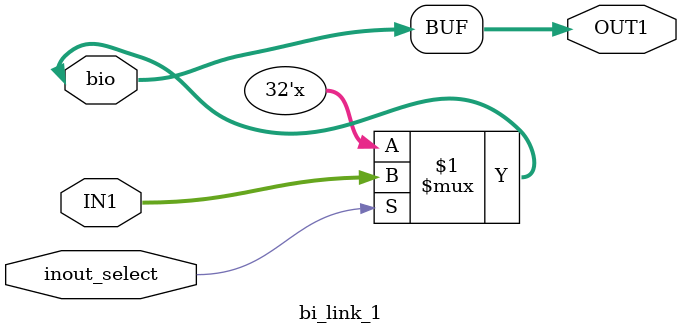
<source format=sv>
module bi_link_1(
            input logic inout_select,
            input logic [31:0] IN1,
			inout  [31:0] bio,		  
            output logic [31:0] OUT1
	//		input logic [31:0] IN2,
     //       output logic [31:0] OUT2
              );
			  
	assign bio =  (inout_select) ? IN1:32'hzzzz_zzzz;
	assign OUT1 = bio;		  
    
	//assign OUT2 = (~inout_select) ? bio:32'hzzzz_zzzz;		  
  
endmodule
</source>
